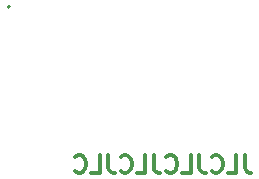
<source format=gbo>
G04 #@! TF.GenerationSoftware,KiCad,Pcbnew,5.0.2+dfsg1-1*
G04 #@! TF.CreationDate,2021-01-20T13:30:11+01:00*
G04 #@! TF.ProjectId,edgedriver,65646765-6472-4697-9665-722e6b696361,rev?*
G04 #@! TF.SameCoordinates,Original*
G04 #@! TF.FileFunction,Legend,Bot*
G04 #@! TF.FilePolarity,Positive*
%FSLAX46Y46*%
G04 Gerber Fmt 4.6, Leading zero omitted, Abs format (unit mm)*
G04 Created by KiCad (PCBNEW 5.0.2+dfsg1-1) date Wed Jan 20 13:30:11 2021*
%MOMM*%
%LPD*%
G01*
G04 APERTURE LIST*
%ADD10C,0.300000*%
%ADD11C,0.200000*%
G04 APERTURE END LIST*
D10*
X8198571Y11821428D02*
X8198571Y10750000D01*
X8269999Y10535714D01*
X8412857Y10392857D01*
X8627142Y10321428D01*
X8770000Y10321428D01*
X6769999Y10321428D02*
X7484285Y10321428D01*
X7484285Y11821428D01*
X5412857Y10464285D02*
X5484285Y10392857D01*
X5698571Y10321428D01*
X5841428Y10321428D01*
X6055714Y10392857D01*
X6198571Y10535714D01*
X6269999Y10678571D01*
X6341428Y10964285D01*
X6341428Y11178571D01*
X6269999Y11464285D01*
X6198571Y11607142D01*
X6055714Y11750000D01*
X5841428Y11821428D01*
X5698571Y11821428D01*
X5484285Y11750000D01*
X5412857Y11678571D01*
X4341428Y11821428D02*
X4341428Y10750000D01*
X4412857Y10535714D01*
X4555714Y10392857D01*
X4769999Y10321428D01*
X4912857Y10321428D01*
X2912857Y10321428D02*
X3627142Y10321428D01*
X3627142Y11821428D01*
X1555714Y10464285D02*
X1627142Y10392857D01*
X1841428Y10321428D01*
X1984285Y10321428D01*
X2198571Y10392857D01*
X2341428Y10535714D01*
X2412857Y10678571D01*
X2484285Y10964285D01*
X2484285Y11178571D01*
X2412857Y11464285D01*
X2341428Y11607142D01*
X2198571Y11750000D01*
X1984285Y11821428D01*
X1841428Y11821428D01*
X1627142Y11750000D01*
X1555714Y11678571D01*
X484285Y11821428D02*
X484285Y10750000D01*
X555714Y10535714D01*
X698571Y10392857D01*
X912857Y10321428D01*
X1055714Y10321428D01*
X-944285Y10321428D02*
X-230000Y10321428D01*
X-230000Y11821428D01*
X-2301428Y10464285D02*
X-2230000Y10392857D01*
X-2015714Y10321428D01*
X-1872857Y10321428D01*
X-1658571Y10392857D01*
X-1515714Y10535714D01*
X-1444285Y10678571D01*
X-1372857Y10964285D01*
X-1372857Y11178571D01*
X-1444285Y11464285D01*
X-1515714Y11607142D01*
X-1658571Y11750000D01*
X-1872857Y11821428D01*
X-2015714Y11821428D01*
X-2230000Y11750000D01*
X-2301428Y11678571D01*
X-3372857Y11821428D02*
X-3372857Y10750000D01*
X-3301428Y10535714D01*
X-3158571Y10392857D01*
X-2944285Y10321428D01*
X-2801428Y10321428D01*
X-4801428Y10321428D02*
X-4087142Y10321428D01*
X-4087142Y11821428D01*
X-6158571Y10464285D02*
X-6087142Y10392857D01*
X-5872857Y10321428D01*
X-5730000Y10321428D01*
X-5515714Y10392857D01*
X-5372857Y10535714D01*
X-5301428Y10678571D01*
X-5230000Y10964285D01*
X-5230000Y11178571D01*
X-5301428Y11464285D01*
X-5372857Y11607142D01*
X-5515714Y11750000D01*
X-5730000Y11821428D01*
X-5872857Y11821428D01*
X-6087142Y11750000D01*
X-6158571Y11678571D01*
D11*
G04 #@! TO.C,U1*
X-11700000Y24400000D02*
G75*
G03X-11700000Y24400000I-100000J0D01*
G01*
G04 #@! TD*
M02*

</source>
